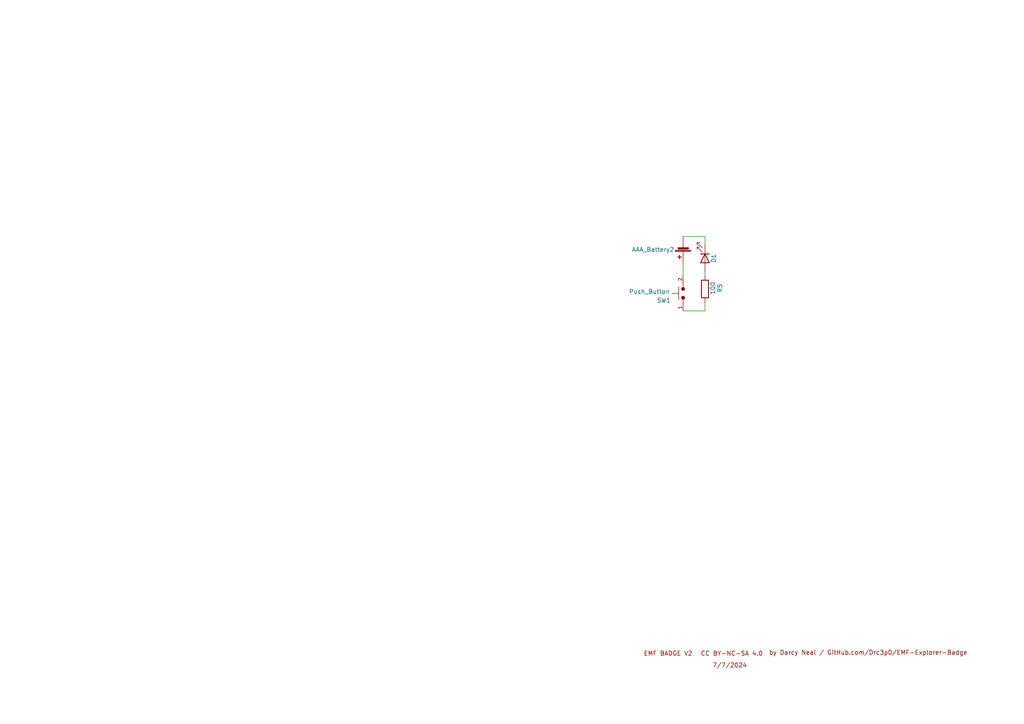
<source format=kicad_sch>
(kicad_sch (version 20231120) (generator "eeschema") (generator_version "8.0")
  (paper "A4")
  (lib_symbols
    (symbol "Device:Battery_Cell" (pin_numbers hide) (pin_names (offset 0) hide)
      (property "Reference" "BT" (at 2.54 2.54 0))
      (property "Value" "Battery_Cell" (at 2.54 0 0))
      (symbol "Battery_Cell_0_1"
        (rectangle (start -2.286 1.778) (end 2.286 1.524) (fill (type outline)))
        (rectangle (start -1.5748 1.1938) (end 1.4732 0.6858) (fill (type outline)))
        (polyline (pts (xy 0 0.762) (xy 0 0)))
        (polyline (pts (xy 0 1.778) (xy 0 2.54)))
        (polyline (pts (xy 0.508 3.429) (xy 1.524 3.429)) (stroke (width 0.254)))
        (polyline (pts (xy 1.016 3.937) (xy 1.016 2.921)) (stroke (width 0.254)))
      )
      (symbol "Battery_Cell_1_1"
        (pin passive line (at 0 5.08 270) (length 2.54) (name "+") (number "1"))
        (pin passive line (at 0 -2.54 90) (length 2.54) (name "-") (number "2"))
      )
    )
    (symbol "Device:LED" (pin_numbers hide) (pin_names (offset 1.016) hide)
      (property "Reference" "D" (at 0 2.54 0))
      (property "Value" "LED" (at 0 -2.54 0))
      (symbol "LED_0_1"
        (polyline (pts (xy -1.27 -1.27) (xy -1.27 1.27)) (stroke (width 0.254)))
        (polyline (pts (xy -1.27 0) (xy 1.27 0)))
        (polyline (pts (xy 1.27 -1.27) (xy 1.27 1.27) (xy -1.27 0) (xy 1.27 -1.27)) (stroke (width 0.254)))
        (polyline (pts (xy -3.048 -0.762) (xy -4.572 -2.286) (xy -3.81 -2.286) (xy -4.572 -2.286) (xy -4.572 -1.524)))
        (polyline (pts (xy -1.778 -0.762) (xy -3.302 -2.286) (xy -2.54 -2.286) (xy -3.302 -2.286) (xy -3.302 -1.524)))
      )
      (symbol "LED_1_1"
        (pin passive line (at -3.81 0 0) (length 2.54) (name "K") (number "1"))
        (pin passive line (at 3.81 0 180) (length 2.54) (name "A") (number "2"))
      )
    )
    (symbol "Device:R" (pin_numbers hide) (pin_names (offset 0))
      (property "Reference" "R" (at 2.032 0 90))
      (property "Value" "R" (at 0 0 90))
      (symbol "R_0_1"
        (rectangle (start -1.016 -2.54) (end 1.016 2.54) (stroke (width 0.254)))
      )
      (symbol "R_1_1"
        (pin passive line (at 0 3.81 270) (length 1.27) (name "~") (number "1"))
        (pin passive line (at 0 -3.81 90) (length 1.27) (name "~") (number "2"))
      )
    )
    (symbol "PCM_SL_Devices:Push_Button"
      (property "Reference" "SW" (at 0 6.35 0))
      (property "Value" "Push_Button" (at 0 4.445 0))
      (symbol "Push_Button_0_1"
        (circle (center -1.27 0) (radius 0.4579) (fill (type outline)))
        (polyline (pts (xy -3.175 0) (xy -1.778 0)))
        (polyline (pts (xy -1.905 1.27) (xy 1.905 1.27)))
        (polyline (pts (xy 0 1.27) (xy 0 3.175)))
        (polyline (pts (xy 1.778 0) (xy 3.175 0)))
        (circle (center 1.27 0) (radius 0.4579) (fill (type outline)))
      )
      (symbol "Push_Button_1_1"
        (pin passive line (at -5.08 0 0) (length 2) (name "") (number "1"))
        (pin passive line (at 5.08 0 180) (length 2) (name "") (number "2"))
      )
    )
  )
  (wire (pts (xy 204.47 90.17) (xy 204.47 87.63)))
  (wire (pts (xy 204.47 90.17) (xy 198.12 90.17)))
  (wire (pts (xy 204.47 80.01) (xy 204.47 78.74)))
  (wire (pts (xy 204.47 71.12) (xy 204.47 68.58)))
  (wire (pts (xy 204.47 68.58) (xy 198.12 68.58)))
  (wire (pts (xy 198.12 76.2) (xy 198.12 80.01)))
  (text "EMF BADGE V2" (at 186.69 190.5 0) (effects (font (size 1.27 1.27)) (justify left bottom)))
  (text "CC BY-NC-SA 4.0" (at 203.2 190.5 0) (effects (font (size 1.27 1.27)) (justify left bottom)))
  (text "by Darcy Neal / GitHub.com/Drc3p0/EMF-Explorer-Badge " (at 223.0267 190.2372 0) (effects (font (size 1.27 1.27)) (justify left bottom)))
  (text "7/7/2024" (at 206.6042 193.9207 0) (effects (font (size 1.27 1.27)) (justify left bottom)))
  (symbol (lib_id "Device:R") (at 204.47 83.82 0) (unit 1)
    (property "Reference" "R5" (at 208.788 83.566 90))
    (property "Value" "100" (at 206.756 83.566 90))
    (property "Footprint" "Resistor_THT:R_Axial_DIN0207_L6.3mm_D2.5mm_P7.62mm_Horizontal" (effects (hide yes)))
    (property "Sim.Device" "R" (effects (hide yes)))
    (property "Sim.Pins" "1=+ 2=-" (effects (hide yes)))
  )
  (symbol (lib_id "PCM_SL_Devices:Push_Button") (at 198.12 85.09 90) (unit 1)
    (property "Reference" "SW1" (at 190.5 87.122 90) (effects (justify right)))
    (property "Value" "Push_Button" (at 182.372 84.582 90) (effects (justify right)))
    (property "Footprint" "Button_Switch_THT:SW_PUSH_6mm" (effects (hide yes)))
    (property "Description" "Common 6mmx6mm Push Button" (effects (hide yes)))
  )
  (symbol (lib_id "Device:Battery_Cell") (at 198.12 71.12 180) (unit 1)
    (property "Reference" "AAA_Battery2" (at 195.58 72.39 0) (effects (justify left)))
    (property "Value" "<-Spring_side" (effects (hide yes)))
    (property "Footprint" "Battery:BatteryHolder_Keystone_2466_1xAAA" (effects (hide yes)))
  )
  (symbol (lib_id "Device:LED") (at 204.47 74.93 270) (unit 1)
    (property "Reference" "D1" (at 207.01 74.93 0))
    (property "Value" "LED" (effects (hide yes)))
    (property "Footprint" "LED_THT:LED_D5.0mm_Horizontal_O1.27mm_Z9.0mm" (effects (hide yes)))
  )
)
</source>
